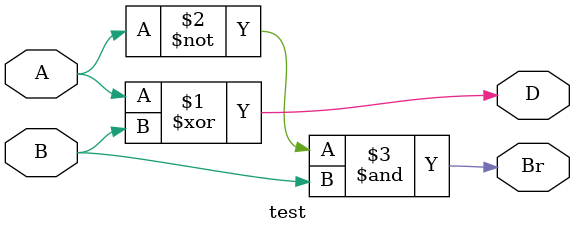
<source format=v>
module test(A,B,D,Br);
input A, B;
output D, Br;

assign D = A ^ B;
assign Br = ~A & B;

endmodule
</source>
